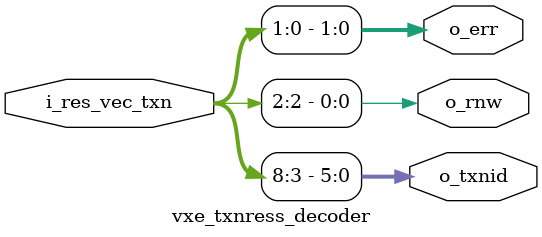
<source format=v>
/*
 * Copyright (c) 2020-2021 The VxEngine Project. All rights reserved.
 *
 * Redistribution and use in source and binary forms, with or without
 * modification, are permitted provided that the following conditions
 * are met:
 * 1. Redistributions of source code must retain the above copyright
 *    notice, this list of conditions and the following disclaimer.
 * 2. Redistributions in binary form must reproduce the above copyright
 *    notice, this list of conditions and the following disclaimer in the
 *    documentation and/or other materials provided with the distribution.
 *
 * THIS SOFTWARE IS PROVIDED BY THE AUTHOR AND CONTRIBUTORS ``AS IS'' AND
 * ANY EXPRESS OR IMPLIED WARRANTIES, INCLUDING, BUT NOT LIMITED TO, THE
 * IMPLIED WARRANTIES OF MERCHANTABILITY AND FITNESS FOR A PARTICULAR PURPOSE
 * ARE DISCLAIMED.  IN NO EVENT SHALL THE AUTHOR OR CONTRIBUTORS BE LIABLE
 * FOR ANY DIRECT, INDIRECT, INCIDENTAL, SPECIAL, EXEMPLARY, OR CONSEQUENTIAL
 * DAMAGES (INCLUDING, BUT NOT LIMITED TO, PROCUREMENT OF SUBSTITUTE GOODS
 * OR SERVICES; LOSS OF USE, DATA, OR PROFITS; OR BUSINESS INTERRUPTION)
 * HOWEVER CAUSED AND ON ANY THEORY OF LIABILITY, WHETHER IN CONTRACT, STRICT
 * LIABILITY, OR TORT (INCLUDING NEGLIGENCE OR OTHERWISE) ARISING IN ANY WAY
 * OUT OF THE USE OF THIS SOFTWARE, EVEN IF ADVISED OF THE POSSIBILITY OF
 * SUCH DAMAGE.
 */

/*
 * Transaction response decoder (status only)
 */


/* Resp decoder */
module vxe_txnress_decoder(
	i_res_vec_txn,
	o_txnid,
	o_rnw,
	o_err
);
input wire [8:0]	i_res_vec_txn;	/* Transaction info */
output wire [5:0]	o_txnid;	/* Transaction Id */
output wire		o_rnw;		/* Read or Write transaction */
output wire [1:0]	o_err;		/* Error status */


assign o_txnid = i_res_vec_txn[8:3];
assign o_rnw = i_res_vec_txn[2];
assign o_err = i_res_vec_txn[1:0];


endmodule /* vxe_txnress_decoder */

</source>
